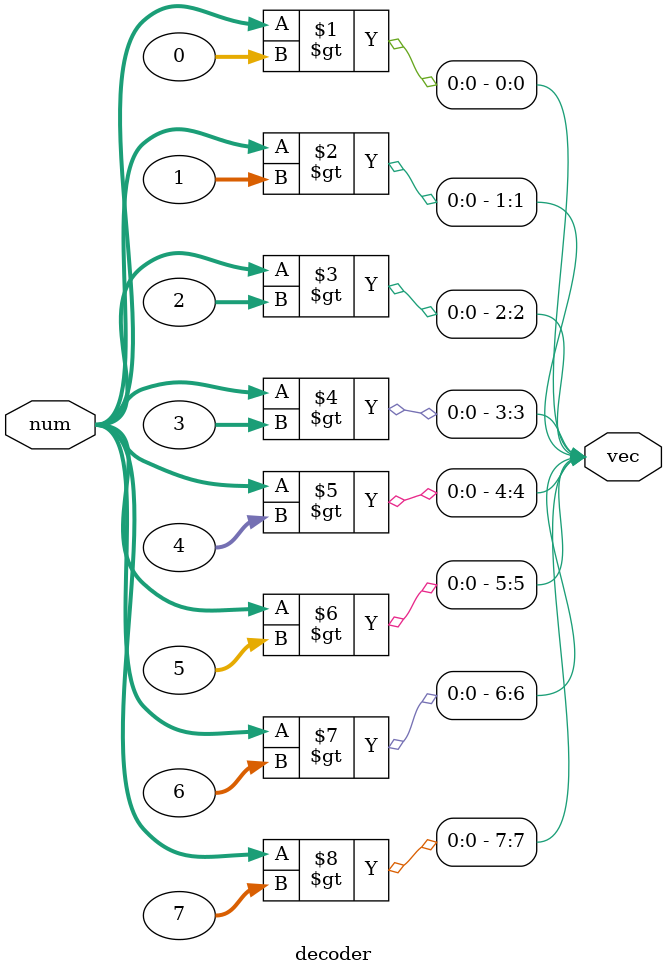
<source format=v>
module decoder
#(
	parameter	NUM_W = 3,
	parameter	VEC_W = 8
)
(
    input   [NUM_W-1:0]   num,
    output  [VEC_W-1:0]   vec
);

genvar Gi;
generate for (Gi = 0; Gi < VEC_W; Gi = Gi + 1)
begin: loop
	assign vec[Gi] = (num > Gi);
end
endgenerate

endmodule
</source>
